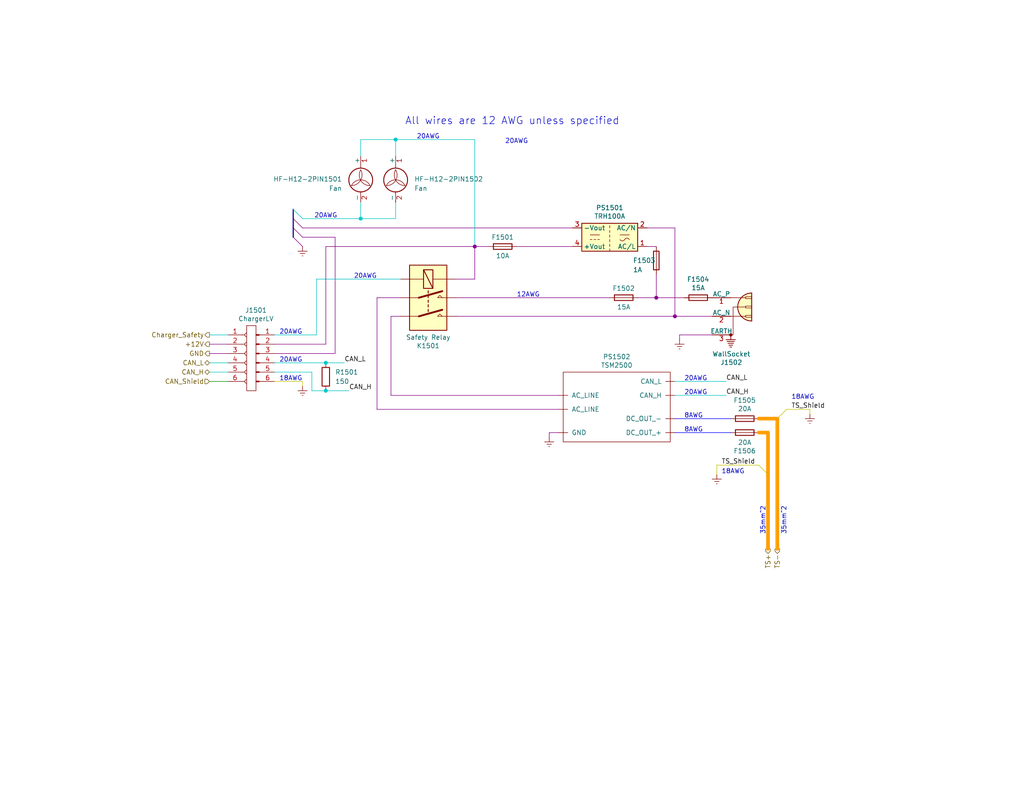
<source format=kicad_sch>
(kicad_sch (version 20230121) (generator eeschema)
  (paper "A")
  (title_block (title "Charging System") (date "2022-01-29") (rev "5") (company "Northeastern Electric Racing") (comment 1 "https://github.com/Northeastern-Electric-Racing/NER") (comment 2 "For authors and other info, contact Chief Electrical Engineer"))
  (lib_symbols
    (symbol "Connector:Conn_WallSocket_Earth" (pin_names (offset 0))
      (property "Reference" "J" (at 3.81 6.985 0))
      (property "Value" "Conn_WallSocket_Earth" (at 7.62 2.54 90))
      (symbol "Conn_WallSocket_Earth_0_1"
        (circle (center 0 -5.08) (radius 0.3556) (fill (type outline)))
        (polyline (pts (xy -1.27 -6.35) (xy 1.27 -6.35)) (stroke (width 0.2032)))
        (polyline (pts (xy 0 -5.08) (xy 0 -6.35)) (stroke (width 0.2032)))
        (polyline (pts (xy 0.254 -8.382) (xy -0.254 -8.382)) (stroke (width 0.2032)))
        (polyline (pts (xy 0.508 -7.874) (xy -0.508 -7.874)) (stroke (width 0.2032)))
        (polyline (pts (xy 0.762 -7.366) (xy -0.762 -7.366)) (stroke (width 0.2032)))
        (polyline (pts (xy 1.016 -6.858) (xy -1.016 -6.858)) (stroke (width 0.2032)))
        (polyline (pts (xy 4.064 0) (xy 0 0)))
        (polyline (pts (xy 4.064 5.08) (xy 0 5.08)))
        (polyline (pts (xy 5.715 -1.27) (xy 5.715 6.35)) (stroke (width 0.254)))
        (polyline (pts (xy 0 -5.08) (xy 0.635 -5.08) (xy 0.635 2.54) (xy 4.064 2.54)))
        (rectangle (start 5.715 -0.254) (end 4.064 0.254))
        (rectangle (start 5.715 2.286) (end 4.064 2.794))
        (rectangle (start 5.715 4.826) (end 4.064 5.334))
        (arc (start 5.715 6.35) (mid 1.9216 2.54) (end 5.715 -1.27) (stroke (width 0.254)) (fill (type background)))
      )
      (symbol "Conn_WallSocket_Earth_1_1"
        (pin power_in line (at -5.08 5.08 0) (length 5.08) (name "AC_P") (number "1"))
        (pin power_in line (at -5.08 0 0) (length 5.08) (name "AC_N") (number "2"))
        (pin passive line (at -5.08 -5.08 0) (length 5.08) (name "EARTH") (number "3"))
      )
    )
    (symbol "Converter_ACDC:HLK-PM12"
      (property "Reference" "PS" (at 0 5.08 0))
      (property "Value" "HLK-PM12" (at 0 -5.08 0))
      (symbol "HLK-PM12_0_1"
        (rectangle (start -7.62 3.81) (end 7.62 -3.81) (stroke (width 0.254)) (fill (type background)))
        (arc (start -5.334 0.635) (mid -4.699 0.2495) (end -4.064 0.635))
        (arc (start -2.794 0.635) (mid -3.429 1.0072) (end -4.064 0.635))
        (polyline (pts (xy -5.334 -0.635) (xy -2.794 -0.635)))
        (polyline (pts (xy 0 -2.54) (xy 0 -3.175)))
        (polyline (pts (xy 0 -1.27) (xy 0 -1.905)))
        (polyline (pts (xy 0 0) (xy 0 -0.635)))
        (polyline (pts (xy 0 1.27) (xy 0 0.635)))
        (polyline (pts (xy 0 2.54) (xy 0 1.905)))
        (polyline (pts (xy 0 3.81) (xy 0 3.175)))
        (polyline (pts (xy 2.794 -0.635) (xy 5.334 -0.635)))
        (polyline (pts (xy 2.794 0.635) (xy 3.302 0.635)))
        (polyline (pts (xy 3.81 0.635) (xy 4.318 0.635)))
        (polyline (pts (xy 4.826 0.635) (xy 5.334 0.635)))
      )
      (symbol "HLK-PM12_1_1"
        (pin power_in line (at -10.16 2.54 0) (length 2.54) (name "AC/L") (number "1"))
        (pin power_in line (at -10.16 -2.54 0) (length 2.54) (name "AC/N") (number "2"))
        (pin power_out line (at 10.16 -2.54 180) (length 2.54) (name "-Vout") (number "3"))
        (pin power_out line (at 10.16 2.54 180) (length 2.54) (name "+Vout") (number "4"))
      )
    )
    (symbol "Device:Fuse" (pin_numbers hide) (pin_names (offset 0))
      (property "Reference" "F" (at 2.032 0 90))
      (property "Value" "Fuse" (at -1.905 0 90))
      (symbol "Fuse_0_1"
        (rectangle (start -0.762 -2.54) (end 0.762 2.54) (stroke (width 0.254)))
        (polyline (pts (xy 0 2.54) (xy 0 -2.54)))
      )
      (symbol "Fuse_1_1"
        (pin passive line (at 0 3.81 270) (length 1.27) (name "~") (number "1"))
        (pin passive line (at 0 -3.81 90) (length 1.27) (name "~") (number "2"))
      )
    )
    (symbol "Device:R" (pin_numbers hide) (pin_names (offset 0))
      (property "Reference" "R" (at 2.032 0 90))
      (property "Value" "R" (at 0 0 90))
      (symbol "R_0_1"
        (rectangle (start -1.016 -2.54) (end 1.016 2.54) (stroke (width 0.254)))
      )
      (symbol "R_1_1"
        (pin passive line (at 0 3.81 270) (length 1.27) (name "~") (number "1"))
        (pin passive line (at 0 -3.81 90) (length 1.27) (name "~") (number "2"))
      )
    )
    (symbol "Motor:Fan" (pin_names (offset 0))
      (property "Reference" "M" (at 2.54 5.08 0))
      (property "Value" "Fan" (at 2.54 -2.54 0))
      (symbol "Fan_0_1"
        (arc (start -2.54 -0.508) (mid -0.0014 0.9048) (end 0 3.81))
        (polyline (pts (xy 0 -5.08) (xy 0 -4.572)))
        (polyline (pts (xy 0 -2.2352) (xy 0 -2.6416)))
        (polyline (pts (xy 0 4.2672) (xy 0 4.6228)))
        (polyline (pts (xy 0 4.572) (xy 0 5.08)))
        (circle (center 0 1.016) (radius 3.2512) (stroke (width 0.254)))
        (arc (start 0 3.81) (mid 0.0468 0.9315) (end 2.54 -0.508))
        (arc (start 2.54 -0.508) (mid 0 1.0618) (end -2.54 -0.508))
      )
      (symbol "Fan_1_1"
        (pin passive line (at 0 7.62 270) (length 2.54) (name "+") (number "1"))
        (pin passive line (at 0 -5.08 90) (length 2.54) (name "-") (number "2"))
      )
    )
    (symbol "NER:6_Pin_ChargerLV" (pin_names (offset 1.016) hide)
      (property "Reference" "J?" (at 0 12.7 0))
      (property "Value" "NER_6_Pin_ChargerLV" (at 0 10.16 0))
      (symbol "6_Pin_ChargerLV_0_1"
        (rectangle (start -2.54 -5.08) (end -2.54 -5.08))
        (rectangle (start -2.54 7.62) (end 0 -10.16))
      )
      (symbol "6_Pin_ChargerLV_1_1"
        (arc (start -2.54 -7.112) (mid -3.0458 -7.62) (end -2.54 -8.128) (stroke (width 0.1524)))
        (arc (start -2.54 -4.572) (mid -3.0458 -5.08) (end -2.54 -5.588) (stroke (width 0.1524)))
        (arc (start -2.54 -2.032) (mid -3.0458 -2.54) (end -2.54 -3.048) (stroke (width 0.1524)))
        (arc (start -2.54 0.508) (mid -3.0458 0) (end -2.54 -0.508) (stroke (width 0.1524)))
        (arc (start -2.54 3.048) (mid -3.0458 2.54) (end -2.54 2.032) (stroke (width 0.1524)))
        (arc (start -2.54 5.588) (mid -3.0458 5.08) (end -2.54 4.572) (stroke (width 0.1524)))
        (polyline (pts (xy -3.81 -7.62) (xy -3.048 -7.62)) (stroke (width 0.1524)))
        (polyline (pts (xy -3.81 -5.08) (xy -3.048 -5.08)) (stroke (width 0.1524)))
        (polyline (pts (xy -3.81 -2.54) (xy -3.048 -2.54)) (stroke (width 0.1524)))
        (polyline (pts (xy -3.81 0) (xy -3.048 0)) (stroke (width 0.1524)))
        (polyline (pts (xy -3.81 2.54) (xy -3.048 2.54)) (stroke (width 0.1524)))
        (polyline (pts (xy -3.81 5.08) (xy -3.048 5.08)) (stroke (width 0.1524)))
        (polyline (pts (xy 1.27 -7.62) (xy 0.8636 -7.62)) (stroke (width 0.1524)))
        (polyline (pts (xy 1.27 -5.08) (xy 0.8636 -5.08)) (stroke (width 0.1524)))
        (polyline (pts (xy 1.27 -2.54) (xy 0.8636 -2.54)) (stroke (width 0.1524)))
        (polyline (pts (xy 1.27 0) (xy 0.8636 0)) (stroke (width 0.1524)))
        (polyline (pts (xy 1.27 2.54) (xy 0.8636 2.54)) (stroke (width 0.1524)))
        (polyline (pts (xy 1.27 5.08) (xy 0.8636 5.08)) (stroke (width 0.1524)))
        (rectangle (start 0.8636 -7.493) (end 0 -7.747) (stroke (width 0.1524)) (fill (type outline)))
        (rectangle (start 0.8636 -4.953) (end 0 -5.207) (stroke (width 0.1524)) (fill (type outline)))
        (rectangle (start 0.8636 -2.413) (end 0 -2.667) (stroke (width 0.1524)) (fill (type outline)))
        (rectangle (start 0.8636 0.127) (end 0 -0.127) (stroke (width 0.1524)) (fill (type outline)))
        (rectangle (start 0.8636 2.667) (end 0 2.413) (stroke (width 0.1524)) (fill (type outline)))
        (rectangle (start 0.8636 5.207) (end 0 4.953) (stroke (width 0.1524)) (fill (type outline)))
        (pin passive line (at -7.62 5.08 0) (length 3.81) (name "Pin_1") (number "1"))
        (pin passive line (at 5.08 5.08 180) (length 3.81) (name "Pin_1") (number "1"))
        (pin passive line (at -7.62 2.54 0) (length 3.81) (name "Pin_2") (number "2"))
        (pin passive line (at 5.08 2.54 180) (length 3.81) (name "Pin_2") (number "2"))
        (pin passive line (at -7.62 0 0) (length 3.81) (name "Pin_3") (number "3"))
        (pin passive line (at 5.08 0 180) (length 3.81) (name "Pin_3") (number "3"))
        (pin passive line (at -7.62 -2.54 0) (length 3.81) (name "Pin_4") (number "4"))
        (pin passive line (at 5.08 -2.54 180) (length 3.81) (name "Pin_4") (number "4"))
        (pin passive line (at -7.62 -5.08 0) (length 3.81) (name "Pin_5") (number "5"))
        (pin passive line (at 5.08 -5.08 180) (length 3.81) (name "Pin_5") (number "5"))
        (pin passive line (at -7.62 -7.62 0) (length 3.81) (name "Pin_6") (number "6"))
        (pin passive line (at 5.08 -7.62 180) (length 3.81) (name "Pin_6") (number "6"))
      )
    )
    (symbol "NER:TSM2500" (pin_names (offset 1.016))
      (property "Reference" "PS" (at 0 2.54 0))
      (property "Value" "NER_TSM2500" (at 0 0 0))
      (symbol "TSM2500_0_1"
        (rectangle (start -13.97 -1.27) (end 15.24 -20.32))
      )
      (symbol "TSM2500_1_1"
        (pin power_in line (at -15.24 -13.97 0) (length 2.54) (name "AC_LINE") (number "~"))
        (pin power_in line (at -15.24 -10.16 0) (length 2.54) (name "AC_LINE") (number "~"))
        (pin bidirectional line (at 16.51 -13.97 180) (length 2.54) (name "CAN_H") (number "~"))
        (pin bidirectional line (at 16.51 -17.78 180) (length 2.54) (name "CAN_L") (number "~"))
        (pin power_out line (at 16.51 -3.81 180) (length 2.54) (name "DC_OUT_+") (number "~"))
        (pin power_out line (at 16.51 -7.62 180) (length 2.54) (name "DC_OUT_-") (number "~"))
        (pin power_in line (at -15.24 -3.81 0) (length 2.54) (name "GND") (number "~"))
      )
    )
    (symbol "Relay:Fujitsu_FTR-F1A" (pin_numbers hide)
      (property "Reference" "K" (at 0 12.7 0))
      (property "Value" "Fujitsu_FTR-F1A" (at 0 10.16 0))
      (symbol "Fujitsu_FTR-F1A_0_1"
        (rectangle (start -1.27 7.62) (end 1.27 2.54) (stroke (width 0.254)))
        (polyline (pts (xy -1.27 7.62) (xy 1.27 2.54)) (stroke (width 0.254)))
      )
      (symbol "Fujitsu_FTR-F1A_1_1"
        (polyline (pts (xy -2.54 -5.08) (xy -5.08 -5.08)))
        (polyline (pts (xy -2.54 -5.08) (xy 3.81 -3.302)) (stroke (width 0.508)))
        (polyline (pts (xy -2.54 0) (xy -5.08 0)))
        (polyline (pts (xy -2.54 0) (xy 3.81 1.778)) (stroke (width 0.508)))
        (polyline (pts (xy 0 -3.175) (xy 0 -3.81)) (stroke (width 0.254)))
        (polyline (pts (xy 0 -1.905) (xy 0 -2.54)) (stroke (width 0.254)))
        (polyline (pts (xy 0 -0.635) (xy 0 -1.27)) (stroke (width 0.254)))
        (polyline (pts (xy 0 0.635) (xy 0 0)) (stroke (width 0.254)))
        (polyline (pts (xy 0 1.905) (xy 0 1.27)) (stroke (width 0.254)))
        (polyline (pts (xy 5.08 5.08) (xy 1.27 5.08)))
        (polyline (pts (xy -5.08 5.08) (xy -1.27 5.08) (xy -1.524 5.08)))
        (polyline (pts (xy 5.08 -5.08) (xy 2.54 -5.08) (xy 3.175 -4.445) (xy 3.81 -5.08)))
        (polyline (pts (xy 5.08 0) (xy 2.54 0) (xy 3.175 0.635) (xy 3.81 0)))
        (rectangle (start 5.08 8.89) (end -5.08 -8.89) (stroke (width 0.254)) (fill (type background)))
        (pin passive line (at 7.62 -5.08 180) (length 2.54) (name "~") (number "1"))
        (pin passive line (at -7.62 -5.08 0) (length 2.54) (name "~") (number "2"))
        (pin passive line (at 7.62 5.08 180) (length 2.54) (name "~") (number "4"))
        (pin passive line (at -7.62 5.08 0) (length 2.54) (name "~") (number "5"))
        (pin passive line (at -7.62 0 0) (length 2.54) (name "~") (number "7"))
        (pin passive line (at 7.62 0 180) (length 2.54) (name "~") (number "8"))
      )
    )
    (symbol "power:Earth" (power) (pin_names (offset 0))
      (symbol "Earth_0_1"
        (polyline (pts (xy -0.635 -1.905) (xy 0.635 -1.905)))
        (polyline (pts (xy -0.127 -2.54) (xy 0.127 -2.54)))
        (polyline (pts (xy 0 -1.27) (xy 0 0)))
        (polyline (pts (xy 1.27 -1.27) (xy -1.27 -1.27)))
      )
      (symbol "Earth_1_1"
        (pin power_in line (at 0 0 270) (length 0) hide (name "Earth") (number "1"))
      )
    )
  )
  (junction (at 98.425 59.69) (color 0 194 194 1))
  (junction (at 88.9 99.06) (color 0 194 194 1))
  (junction (at 184.15 86.36) (color 132 0 132 1))
  (junction (at 129.54 67.31) (color 132 0 132 1))
  (junction (at 179.07 81.28) (color 132 0 132 1))
  (junction (at 107.95 38.1) (color 0 194 194 1))
  (junction (at 88.9 106.68) (color 0 194 194 1))
  (bus_entry (at 209.55 129.54) (size -2.54 -2.54) (stroke (width 0) (color 194 194 0 1)))
  (bus_entry (at 80.01 64.77) (size 2.54 2.54) (stroke (width 0) (color 132 0 132 1)))
  (bus_entry (at 212.09 114.3) (size 2.54 -2.54) (stroke (width 0) (color 194 194 0 1)))
  (bus_entry (at 80.01 57.15) (size 2.54 2.54) (stroke (width 0) (color 0 194 194 1)))
  (bus_entry (at 80.01 62.23) (size 2.54 2.54) (stroke (width 0) (color 132 0 132 1)))
  (bus_entry (at 80.01 59.69) (size 2.54 2.54) (stroke (width 0) (color 132 0 132 1)))
  (wire (pts (xy 85.09 106.68) (xy 88.9 106.68)) (stroke (width 0) (color 0 194 194 1)))
  (wire (pts (xy 74.93 104.14) (xy 82.55 104.14)) (stroke (width 0) (color 194 194 0 1)))
  (wire (pts (xy 91.44 96.52) (xy 91.44 64.77)) (stroke (width 0) (color 132 0 132 1)))
  (bus (pts (xy 80.01 59.69) (xy 80.01 62.23)))
  (wire (pts (xy 57.15 91.44) (xy 62.23 91.44)) (stroke (width 0) (color 0 194 194 1)))
  (wire (pts (xy 88.9 67.31) (xy 88.9 93.98)) (stroke (width 0) (color 132 0 132 1)))
  (wire (pts (xy 184.15 62.23) (xy 184.15 86.36)) (stroke (width 0) (color 132 0 132 1)))
  (bus (pts (xy 80.01 62.23) (xy 80.01 64.77)))
  (wire (pts (xy 129.54 38.1) (xy 129.54 67.31)) (stroke (width 0) (color 0 194 194 1)))
  (wire (pts (xy 88.9 106.68) (xy 95.25 106.68)) (stroke (width 0) (color 0 194 194 1)))
  (wire (pts (xy 98.425 38.1) (xy 107.95 38.1)) (stroke (width 0) (color 0 194 194 1)))
  (wire (pts (xy 107.95 59.69) (xy 107.95 55.245)) (stroke (width 0) (color 0 194 194 1)))
  (wire (pts (xy 184.15 114.3) (xy 199.39 114.3)) (stroke (width 0) (color 0 0 255 1)))
  (wire (pts (xy 149.86 119.38) (xy 149.86 118.11)) (stroke (width 0) (color 132 0 132 1)))
  (wire (pts (xy 107.95 38.1) (xy 107.95 42.545)) (stroke (width 0) (color 0 194 194 1)))
  (wire (pts (xy 98.425 59.69) (xy 98.425 55.245)) (stroke (width 0) (color 0 194 194 1)))
  (wire (pts (xy 140.97 67.31) (xy 156.21 67.31)) (stroke (width 0) (color 132 0 132 1)))
  (wire (pts (xy 209.55 118.11) (xy 209.55 129.54)) (stroke (width 1) (color 255 153 0 1)))
  (wire (pts (xy 133.35 67.31) (xy 129.54 67.31)) (stroke (width 0) (color 132 0 132 1)))
  (wire (pts (xy 173.99 81.28) (xy 179.07 81.28)) (stroke (width 0) (color 132 0 132 1)))
  (wire (pts (xy 207.01 114.3) (xy 212.09 114.3)) (stroke (width 1) (color 255 153 0 1)))
  (wire (pts (xy 207.01 127) (xy 195.58 127)) (stroke (width 0) (color 194 194 0 1)))
  (wire (pts (xy 102.87 81.28) (xy 109.22 81.28)) (stroke (width 0) (color 132 0 132 1)))
  (wire (pts (xy 129.54 67.31) (xy 129.54 76.2)) (stroke (width 0) (color 132 0 132 1)))
  (wire (pts (xy 107.95 38.1) (xy 129.54 38.1)) (stroke (width 0) (color 0 194 194 1)))
  (wire (pts (xy 91.44 96.52) (xy 74.93 96.52)) (stroke (width 0) (color 132 0 132 1)))
  (wire (pts (xy 57.15 101.6) (xy 62.23 101.6)) (stroke (width 0) (color 0 194 194 1)))
  (wire (pts (xy 82.55 62.23) (xy 156.21 62.23)) (stroke (width 0) (color 132 0 132 1)))
  (wire (pts (xy 98.425 38.1) (xy 98.425 42.545)) (stroke (width 0) (color 0 194 194 1)))
  (wire (pts (xy 184.15 104.14) (xy 198.12 104.14)) (stroke (width 0) (color 0 194 194 1)))
  (wire (pts (xy 176.53 62.23) (xy 184.15 62.23)) (stroke (width 0) (color 132 0 132 1)))
  (wire (pts (xy 106.68 86.36) (xy 109.22 86.36)) (stroke (width 0) (color 132 0 132 1)))
  (wire (pts (xy 88.9 99.06) (xy 93.98 99.06)) (stroke (width 0) (color 0 194 194 1)))
  (wire (pts (xy 106.68 107.95) (xy 152.4 107.95)) (stroke (width 0) (color 132 0 132 1)))
  (wire (pts (xy 91.44 64.77) (xy 82.55 64.77)) (stroke (width 0) (color 132 0 132 1)))
  (wire (pts (xy 184.15 118.11) (xy 199.39 118.11)) (stroke (width 0) (color 0 0 255 1)))
  (wire (pts (xy 102.87 81.28) (xy 102.87 111.76)) (stroke (width 0) (color 132 0 132 1)))
  (wire (pts (xy 57.15 99.06) (xy 62.23 99.06)) (stroke (width 0) (color 0 194 194 1)))
  (wire (pts (xy 57.15 104.14) (xy 62.23 104.14)))
  (wire (pts (xy 212.09 149.86) (xy 212.09 114.3)) (stroke (width 1) (color 255 153 0 1)))
  (wire (pts (xy 86.36 76.2) (xy 86.36 91.44)) (stroke (width 0) (color 0 194 194 1)))
  (wire (pts (xy 124.46 81.28) (xy 166.37 81.28)) (stroke (width 0) (color 132 0 132 1)))
  (wire (pts (xy 179.07 81.28) (xy 186.69 81.28)) (stroke (width 0) (color 132 0 132 1)))
  (wire (pts (xy 57.15 93.98) (xy 62.23 93.98)) (stroke (width 0) (color 132 0 132 1)))
  (wire (pts (xy 124.46 86.36) (xy 184.15 86.36)) (stroke (width 0) (color 132 0 132 1)))
  (wire (pts (xy 82.55 104.14) (xy 82.55 105.41)) (stroke (width 0) (color 194 194 0 1)))
  (wire (pts (xy 57.15 96.52) (xy 62.23 96.52)) (stroke (width 0) (color 132 0 132 1)))
  (wire (pts (xy 195.58 127) (xy 195.58 129.54)) (stroke (width 0) (color 194 194 0 1)))
  (wire (pts (xy 86.36 91.44) (xy 74.93 91.44)) (stroke (width 0) (color 0 194 194 1)))
  (wire (pts (xy 184.15 86.36) (xy 194.31 86.36)) (stroke (width 0) (color 132 0 132 1)))
  (wire (pts (xy 102.87 111.76) (xy 152.4 111.76)) (stroke (width 0) (color 132 0 132 1)))
  (wire (pts (xy 129.54 76.2) (xy 124.46 76.2)) (stroke (width 0) (color 132 0 132 1)))
  (wire (pts (xy 129.54 67.31) (xy 88.9 67.31)) (stroke (width 0) (color 132 0 132 1)))
  (wire (pts (xy 88.9 93.98) (xy 74.93 93.98)) (stroke (width 0) (color 132 0 132 1)))
  (wire (pts (xy 74.93 101.6) (xy 85.09 101.6)) (stroke (width 0) (color 0 194 194 1)))
  (wire (pts (xy 85.09 106.68) (xy 85.09 101.6)) (stroke (width 0) (color 0 194 194 1)))
  (wire (pts (xy 179.07 74.93) (xy 179.07 81.28)) (stroke (width 0) (color 132 0 132 1)))
  (wire (pts (xy 184.15 107.95) (xy 198.12 107.95)) (stroke (width 0) (color 0 194 194 1)))
  (wire (pts (xy 214.63 111.76) (xy 220.98 111.76)) (stroke (width 0) (color 194 194 0 1)))
  (wire (pts (xy 209.55 118.11) (xy 207.01 118.11)) (stroke (width 1) (color 255 153 0 1)))
  (wire (pts (xy 109.22 76.2) (xy 86.36 76.2)) (stroke (width 0) (color 0 194 194 1)))
  (wire (pts (xy 82.55 59.69) (xy 98.425 59.69)) (stroke (width 0) (color 0 194 194 1)))
  (wire (pts (xy 74.93 99.06) (xy 88.9 99.06)) (stroke (width 0) (color 0 194 194 1)))
  (wire (pts (xy 98.425 59.69) (xy 107.95 59.69)) (stroke (width 0) (color 0 194 194 1)))
  (wire (pts (xy 149.86 118.11) (xy 152.4 118.11)) (stroke (width 0) (color 132 0 132 1)))
  (wire (pts (xy 220.98 111.76) (xy 220.98 113.03)) (stroke (width 0) (color 194 194 0 1)))
  (wire (pts (xy 106.68 107.95) (xy 106.68 86.36)) (stroke (width 0) (color 132 0 132 1)))
  (wire (pts (xy 185.42 91.44) (xy 194.31 91.44)) (stroke (width 0) (color 132 0 132 1)))
  (wire (pts (xy 176.53 67.31) (xy 179.07 67.31)) (stroke (width 0) (color 132 0 132 1)))
  (bus (pts (xy 80.01 57.15) (xy 80.01 59.69)))
  (wire (pts (xy 185.42 91.44) (xy 185.42 92.71)) (stroke (width 0) (color 132 0 132 1)))
  (wire (pts (xy 209.55 129.54) (xy 209.55 149.86)) (stroke (width 1) (color 255 153 0 1)))
  (text "20AWG" (at 186.69 104.14 0) (effects (font (size 1.25 1.25)) (justify left bottom)))
  (text "18AWG" (at 196.85 129.54 0) (effects (font (size 1.25 1.25)) (justify left bottom)))
  (text "All wires are 12 AWG unless specified" (at 110.49 34.29 0) (effects (font (size 2.0066 2.0066)) (justify left bottom)))
  (text "35mm^2" (at 208.915 146.05 90) (effects (font (size 1.25 1.25)) (justify left bottom)))
  (text "18AWG" (at 76.2 104.14 0) (effects (font (size 1.25 1.25)) (justify left bottom)))
  (text "8AWG" (at 186.69 118.11 0) (effects (font (size 1.25 1.25)) (justify left bottom)))
  (text "20AWG" (at 85.725 59.69 0) (effects (font (size 1.25 1.25)) (justify left bottom)))
  (text "20AWG" (at 186.69 107.95 0) (effects (font (size 1.25 1.25)) (justify left bottom)))
  (text "8AWG" (at 186.69 114.3 0) (effects (font (size 1.25 1.25)) (justify left bottom)))
  (text "20AWG" (at 76.2 99.06 0) (effects (font (size 1.25 1.25)) (justify left bottom)))
  (text "20AWG" (at 96.52 76.2 0) (effects (font (size 1.25 1.25)) (justify left bottom)))
  (text "20AWG" (at 137.795 39.37 0) (effects (font (size 1.25 1.25)) (justify left bottom)))
  (text "12AWG\n" (at 140.97 81.28 0) (effects (font (size 1.25 1.25)) (justify left bottom)))
  (text "20AWG" (at 113.665 38.1 0) (effects (font (size 1.25 1.25)) (justify left bottom)))
  (text "35mm^2\n" (at 214.63 146.05 90) (effects (font (size 1.25 1.25)) (justify left bottom)))
  (text "18AWG" (at 215.9 109.22 0) (effects (font (size 1.25 1.25)) (justify left bottom)))
  (text "20AWG" (at 76.2 91.44 0) (effects (font (size 1.25 1.25)) (justify left bottom)))
  (label "CAN_L" (at 93.98 99.06 0))
  (label "CAN_H" (at 95.25 106.68 0))
  (label "TS_Shield" (at 196.85 127 0))
  (label "TS_Shield" (at 215.9 111.76 0))
  (label "CAN_H" (at 198.12 107.95 0))
  (label "CAN_L" (at 198.12 104.14 0))
  (hierarchical_label "GND" (shape output) (at 57.15 96.52 180))
  (hierarchical_label "Charger_Safety" (shape output) (at 57.15 91.44 180))
  (hierarchical_label "+12V" (shape output) (at 57.15 93.98 180))
  (hierarchical_label "CAN_Shield" (shape input) (at 57.15 104.14 180))
  (hierarchical_label "TS-" (shape output) (at 212.09 149.86 270))
  (hierarchical_label "CAN_H" (shape bidirectional) (at 57.15 101.6 180))
  (hierarchical_label "CAN_L" (shape bidirectional) (at 57.15 99.06 180))
  (hierarchical_label "TS+" (shape output) (at 209.55 149.86 270))
  (symbol (lib_id "Device:Fuse") (at 137.16 67.31 90) (unit 1)
    (property "Reference" "F1501" (at 137.16 64.77 90))
    (property "Value" "10A" (at 137.16 69.85 90))
  )
  (symbol (lib_id "NER:TSM2500") (at 167.64 121.92 0) (mirror x) (unit 1)
    (property "Reference" "PS1502" (at 168.275 97.409 0))
    (property "Value" "TSM2500" (at 168.275 99.7204 0))
  )
  (symbol (lib_id "Converter_ACDC:HLK-PM12") (at 166.37 64.77 180) (unit 1)
    (property "Reference" "PS1501" (at 166.37 56.7182 0))
    (property "Value" "TRH100A" (at 166.37 59.0296 0))
    (property "Footprint" "Converter_ACDC:Converter_ACDC_HiLink_HLK-PMxx" (effects hide))
    (property "Datasheet" "http://www.hlktech.net/product_detail.php?ProId=56" (effects hide))
  )
  (symbol (lib_id "Device:Fuse") (at 179.07 71.12 0) (unit 1)
    (property "Reference" "F1503" (at 172.72 71.12 0) (effects (justify left)))
    (property "Value" "1A" (at 172.72 73.66 0) (effects (justify left)))
  )
  (symbol (lib_id "Device:Fuse") (at 203.2 114.3 90) (mirror x) (unit 1)
    (property "Reference" "F1505" (at 203.2 109.2962 90))
    (property "Value" "20A" (at 203.2 111.6076 90))
  )
  (symbol (lib_id "Device:Fuse") (at 190.5 81.28 270) (unit 1)
    (property "Reference" "F1504" (at 190.5 76.2762 90))
    (property "Value" "15A" (at 190.5 78.5876 90))
  )
  (symbol (lib_id "Relay:Fujitsu_FTR-F1A") (at 116.84 81.28 0) (unit 1)
    (property "Reference" "K1501" (at 116.84 94.4118 0))
    (property "Value" "Safety Relay" (at 116.84 92.1004 0))
    (property "Footprint" "Relay_THT:Relay_DPST_Fujitsu_FTR-F1A" (effects hide))
    (property "Datasheet" "https://www.fujitsu.com/downloads/MICRO/fcai/relays/ftr-f1.pdf" (effects hide))
  )
  (symbol (lib_id "Device:Fuse") (at 170.18 81.28 270) (mirror x) (unit 1)
    (property "Reference" "F1502" (at 170.18 78.74 90))
    (property "Value" "15A" (at 170.18 83.82 90))
  )
  (symbol (lib_id "Device:Fuse") (at 203.2 118.11 270) (mirror x) (unit 1)
    (property "Reference" "F1506" (at 203.2 123.1138 90))
    (property "Value" "20A" (at 203.2 120.8024 90))
  )
  (symbol (lib_id "Connector:Conn_WallSocket_Earth") (at 199.39 86.36 0) (unit 1)
    (property "Reference" "J1502" (at 199.5424 98.9584 0))
    (property "Value" "WallSocket" (at 199.5424 96.647 0))
  )
  (symbol (lib_id "power:Earth") (at 82.55 67.31 0) (unit 1)
    (property "Reference" "#PWR01501" (effects hide))
    (property "Value" "Earth" (effects hide))
  )
  (symbol (lib_id "NER:6_Pin_ChargerLV") (at 69.85 96.52 0) (unit 1)
    (property "Reference" "J1501" (at 69.85 84.709 0))
    (property "Value" "ChargerLV" (at 69.85 87.0204 0))
  )
  (symbol (lib_id "power:Earth") (at 149.86 119.38 0) (unit 1)
    (property "Reference" "#PWR01503" (effects hide))
    (property "Value" "Earth" (effects hide))
  )
  (symbol (lib_id "Device:R") (at 88.9 102.87 0) (unit 1)
    (property "Reference" "R1501" (at 91.44 101.5999 0) (effects (justify left)))
    (property "Value" "150" (at 91.44 104.1399 0) (effects (justify left)))
  )
  (symbol (lib_id "Motor:Fan") (at 107.95 50.165 0) (unit 1)
    (property "Reference" "HF-H12-2PIN1502" (at 113.03 48.8949 0) (effects (justify left)))
    (property "Value" "Fan" (at 113.03 51.4349 0) (effects (justify left)))
  )
  (symbol (lib_id "power:Earth") (at 82.55 105.41 0) (unit 1)
    (property "Reference" "#PWR01502" (effects hide))
    (property "Value" "Earth" (effects hide))
  )
  (symbol (lib_id "Motor:Fan") (at 98.425 50.165 0) (mirror y) (unit 1)
    (property "Reference" "HF-H12-2PIN1501" (at 93.345 48.8949 0) (effects (justify left)))
    (property "Value" "Fan" (at 93.345 51.4349 0) (effects (justify left)))
  )
  (symbol (lib_id "power:Earth") (at 185.42 92.71 0) (unit 1)
    (property "Reference" "#PWR01504" (effects hide))
    (property "Value" "Earth" (effects hide))
  )
  (symbol (lib_id "power:Earth") (at 220.98 113.03 0) (unit 1)
    (property "Reference" "#PWR01506" (effects hide))
    (property "Value" "Earth" (effects hide))
  )
  (symbol (lib_id "power:Earth") (at 195.58 129.54 0) (unit 1)
    (property "Reference" "#PWR01505" (effects hide))
    (property "Value" "Earth" (effects hide))
  )
)
</source>
